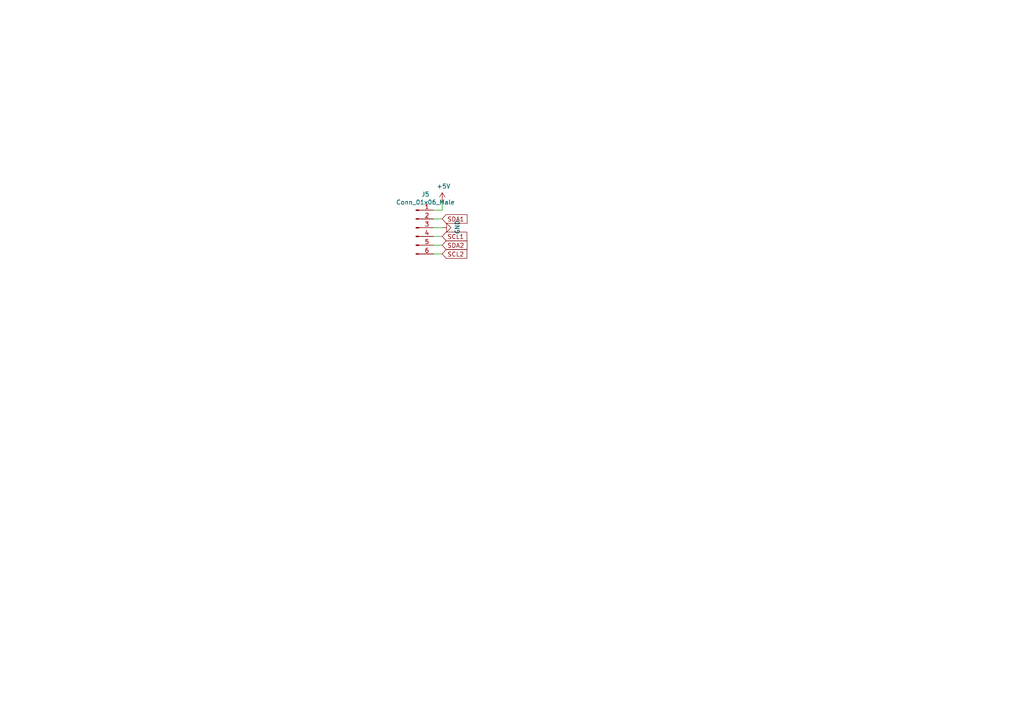
<source format=kicad_sch>
(kicad_sch (version 20231120) (generator "eeschema") (generator_version "8.0")
  (paper "A4")
  (lib_symbols
    (symbol "Connector:Conn_01x06_Male" (pin_names (offset 1.016) hide)
      (property "Reference" "J" (at 0 7.62 0))
      (property "Value" "Conn_01x06_Male" (at 0 -10.16 0))
      (symbol "Conn_01x06_Male_1_1"
        (polyline (pts (xy 1.27 -7.62) (xy 0.8636 -7.62)) (stroke (width 0.1524)))
        (polyline (pts (xy 1.27 -5.08) (xy 0.8636 -5.08)) (stroke (width 0.1524)))
        (polyline (pts (xy 1.27 -2.54) (xy 0.8636 -2.54)) (stroke (width 0.1524)))
        (polyline (pts (xy 1.27 0) (xy 0.8636 0)) (stroke (width 0.1524)))
        (polyline (pts (xy 1.27 2.54) (xy 0.8636 2.54)) (stroke (width 0.1524)))
        (polyline (pts (xy 1.27 5.08) (xy 0.8636 5.08)) (stroke (width 0.1524)))
        (rectangle (start 0.8636 -7.493) (end 0 -7.747) (stroke (width 0.1524)) (fill (type outline)))
        (rectangle (start 0.8636 -4.953) (end 0 -5.207) (stroke (width 0.1524)) (fill (type outline)))
        (rectangle (start 0.8636 -2.413) (end 0 -2.667) (stroke (width 0.1524)) (fill (type outline)))
        (rectangle (start 0.8636 0.127) (end 0 -0.127) (stroke (width 0.1524)) (fill (type outline)))
        (rectangle (start 0.8636 2.667) (end 0 2.413) (stroke (width 0.1524)) (fill (type outline)))
        (rectangle (start 0.8636 5.207) (end 0 4.953) (stroke (width 0.1524)) (fill (type outline)))
        (pin passive line (at 5.08 5.08 180) (length 3.81) (name "Pin_1") (number "1"))
        (pin passive line (at 5.08 2.54 180) (length 3.81) (name "Pin_2") (number "2"))
        (pin passive line (at 5.08 0 180) (length 3.81) (name "Pin_3") (number "3"))
        (pin passive line (at 5.08 -2.54 180) (length 3.81) (name "Pin_4") (number "4"))
        (pin passive line (at 5.08 -5.08 180) (length 3.81) (name "Pin_5") (number "5"))
        (pin passive line (at 5.08 -7.62 180) (length 3.81) (name "Pin_6") (number "6"))
      )
    )
    (symbol "power:+5V" (power) (pin_names (offset 0))
      (property "Value" "+5V" (at 0 3.556 0))
      (symbol "+5V_0_1"
        (polyline (pts (xy -0.762 1.27) (xy 0 2.54)))
        (polyline (pts (xy 0 0) (xy 0 2.54)))
        (polyline (pts (xy 0 2.54) (xy 0.762 1.27)))
      )
      (symbol "+5V_1_1"
        (pin power_in line (at 0 0 90) (length 0) hide (name "+5V") (number "1"))
      )
    )
    (symbol "power:GND" (power) (pin_names (offset 0))
      (property "Value" "GND" (at 0 -3.81 0))
      (symbol "GND_0_1"
        (polyline (pts (xy 0 0) (xy 0 -1.27) (xy 1.27 -1.27) (xy 0 -2.54) (xy -1.27 -1.27) (xy 0 -1.27)))
      )
      (symbol "GND_1_1"
        (pin power_in line (at 0 0 270) (length 0) hide (name "GND") (number "1"))
      )
    )
  )
  (wire (pts (xy 128.27 60.96) (xy 125.73 60.96)))
  (wire (pts (xy 128.27 73.66) (xy 125.73 73.66)))
  (wire (pts (xy 128.27 58.42) (xy 128.27 60.96)))
  (wire (pts (xy 128.27 71.12) (xy 125.73 71.12)))
  (wire (pts (xy 128.27 63.5) (xy 125.73 63.5)))
  (wire (pts (xy 128.27 68.58) (xy 125.73 68.58)))
  (wire (pts (xy 128.27 66.04) (xy 125.73 66.04)))
  (global_label "SDA2" (shape input) (at 128.27 71.12 0) (property "Intersheetrefs" "${INTERSHEET_REFS}" (effects (hide yes))))
  (global_label "SDA1" (shape input) (at 128.27 63.5 0) (property "Intersheetrefs" "${INTERSHEET_REFS}" (effects (hide yes))))
  (global_label "SCL2" (shape input) (at 128.27 73.66 0) (property "Intersheetrefs" "${INTERSHEET_REFS}" (effects (hide yes))))
  (global_label "SCL1" (shape input) (at 128.27 68.58 0) (property "Intersheetrefs" "${INTERSHEET_REFS}" (effects (hide yes))))
  (symbol (lib_id "power:+5V") (at 128.27 58.42 0) (unit 1)
    (property "Reference" "#PWR0160" (effects (hide yes)))
    (property "Value" "+5V" (at 128.651 54.0258 0))
  )
  (symbol (lib_id "power:GND") (at 128.27 66.04 90) (unit 1)
    (property "Reference" "#PWR0161" (effects (hide yes)))
    (property "Value" "GND" (at 132.6642 65.913 0))
  )
  (symbol (lib_id "Connector:Conn_01x06_Male") (at 120.65 66.04 0) (unit 1)
    (property "Reference" "J5" (at 123.3932 56.3626 0))
    (property "Value" "Conn_01x06_Male" (at 123.3932 58.674 0))
    (property "Footprint" "Connector_PinHeader_2.00mm:PinHeader_2x03_P2.00mm_Vertical" (effects (hide yes)))
  )
)
</source>
